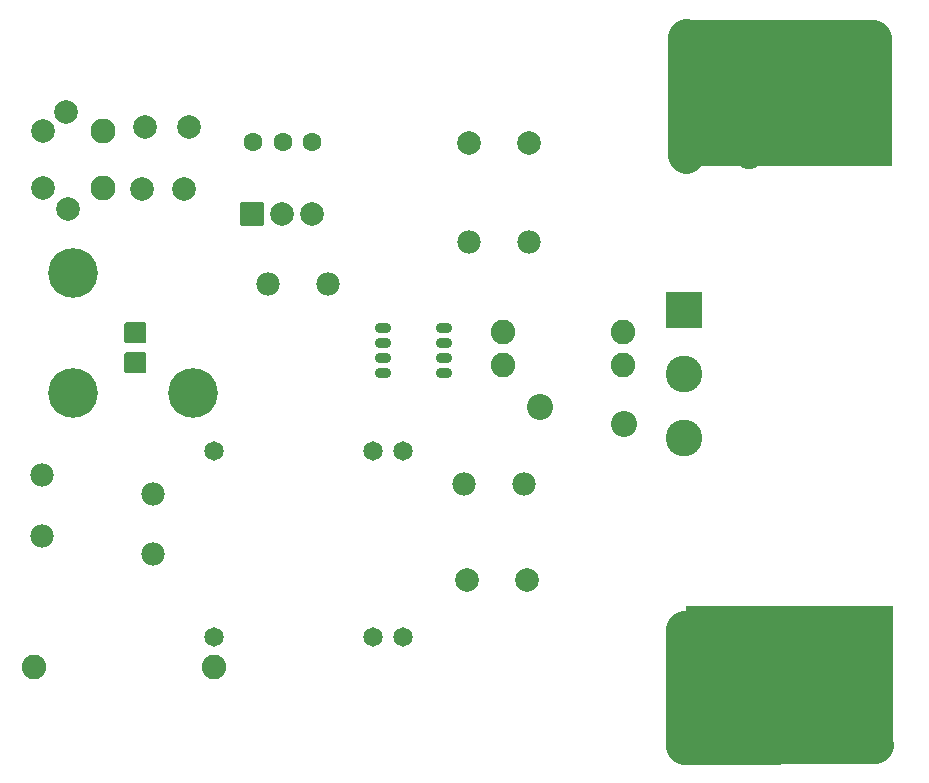
<source format=gts>
G04 Layer: TopSolderMaskLayer*
G04 EasyEDA v6.5.34, 2023-10-25 23:35:01*
G04 b0c90d07580345d6a9a575a3640b0f1e,d8e1fe4a71354f51b54a745932dbb16f,10*
G04 Gerber Generator version 0.2*
G04 Scale: 100 percent, Rotated: No, Reflected: No *
G04 Dimensions in millimeters *
G04 leading zeros omitted , absolute positions ,4 integer and 5 decimal *
%FSLAX45Y45*%
%MOMM*%

%AMMACRO1*1,1,$1,$2,$3*1,1,$1,$4,$5*1,1,$1,0-$2,0-$3*1,1,$1,0-$4,0-$5*20,1,$1,$2,$3,$4,$5,0*20,1,$1,$4,$5,0-$2,0-$3,0*20,1,$1,0-$2,0-$3,0-$4,0-$5,0*20,1,$1,0-$4,0-$5,$2,$3,0*4,1,4,$2,$3,$4,$5,0-$2,0-$3,0-$4,0-$5,$2,$3,0*%
%ADD10C,3.1016*%
%ADD11O,1.4031976X0.9031986000000001*%
%ADD12MACRO1,0.2032X0.7874X-0.7874X-0.7874X-0.7874*%
%ADD13C,3.1032*%
%ADD14MACRO1,0.2032X1.45X1.45X1.45X-1.45*%
%ADD15C,2.0828*%
%ADD16C,2.4032*%
%ADD17C,2.1032*%
%ADD18C,2.0032*%
%ADD19MACRO1,0.2032X0.7874X0.7874X0.7874X-0.7874*%
%ADD20C,1.6032*%
%ADD21C,1.9812*%
%ADD22MACRO1,0.2032X-0.9X-0.9X-0.9X0.9*%
%ADD23C,4.2032*%
%ADD24C,2.2032*%
%ADD25C,1.6532*%

%LPD*%
D10*
X5854700Y1600200D02*
G01*
X5854700Y1600200D01*
X5854700Y1600200D01*
X5854700Y609600D01*
X5854700Y609600D02*
G01*
X7467600Y622300D01*
X5867400Y5613400D02*
G01*
X5867400Y6616700D01*
X5867400Y6616700D02*
G01*
X5880100Y6604000D01*
X7454900Y6604000D01*
D11*
G01*
X3819779Y3766896D03*
G01*
X3819779Y3893896D03*
G01*
X3819779Y4020896D03*
G01*
X3819779Y4147896D03*
G01*
X3309797Y3766896D03*
G01*
X3309797Y3893896D03*
G01*
X3309797Y4020896D03*
G01*
X3309797Y4147896D03*
D12*
G01*
X1207185Y4105099D03*
G01*
X1207185Y3851099D03*
D13*
G01*
X5854700Y3214166D03*
D14*
G01*
X5854700Y4304220D03*
D13*
G01*
X5854700Y3759174D03*
D15*
G01*
X1878990Y1277010D03*
G01*
X354990Y1277010D03*
D16*
G01*
X5854700Y1600200D03*
G01*
X5854700Y1092200D03*
D17*
G01*
X939190Y5812764D03*
D18*
G01*
X431190Y5812764D03*
D17*
G01*
X939190Y5330164D03*
D18*
G01*
X431190Y5330164D03*
D19*
G01*
X1211366Y3850436D03*
G01*
X1211366Y4105503D03*
D20*
G01*
X2209190Y5723864D03*
G01*
X2463190Y5723864D03*
D21*
G01*
X4504004Y2829991D03*
G01*
X3996004Y2829991D03*
G01*
X1358900Y2743200D03*
G01*
X1358900Y2235200D03*
G01*
X4544009Y4880000D03*
G01*
X4036009Y4880000D03*
G01*
X2844190Y4517364D03*
G01*
X2336190Y4517364D03*
D22*
G01*
X2196490Y5114264D03*
D18*
G01*
X2450490Y5114264D03*
G01*
X2704490Y5114264D03*
G01*
X4032605Y5715000D03*
G01*
X4542586Y5715000D03*
G01*
X4526584Y2015464D03*
G01*
X4016603Y2015464D03*
D15*
G01*
X4318000Y4114800D03*
G01*
X5334000Y4114800D03*
G01*
X4318000Y3835400D03*
G01*
X5334000Y3835400D03*
D21*
G01*
X419100Y2901594D03*
G01*
X419100Y2391613D03*
D16*
G01*
X5867400Y6616700D03*
G01*
X5867400Y6108700D03*
D23*
G01*
X685190Y3597097D03*
G01*
X685190Y4613097D03*
G01*
X1701190Y3597097D03*
D18*
G01*
X1624990Y5324297D03*
G01*
X1269390Y5324297D03*
G01*
X1663090Y5850864D03*
G01*
X1294790Y5850864D03*
D24*
G01*
X5346700Y3340100D03*
G01*
X4634890Y3482797D03*
D16*
G01*
X5854700Y609600D03*
D25*
G01*
X1878990Y1532864D03*
G01*
X3225190Y1532864D03*
G01*
X3479190Y1532864D03*
G01*
X1878990Y3107664D03*
G01*
X3225190Y3107664D03*
G01*
X3479190Y3107664D03*
D18*
G01*
X622300Y5981700D03*
G01*
X635000Y5156200D03*
D16*
G01*
X6388100Y609600D03*
G01*
X6400800Y5613400D03*
G01*
X5867400Y5613400D03*
G01*
X6832600Y622300D03*
G01*
X6832600Y1079500D03*
G01*
X7150100Y1079500D03*
G01*
X7150100Y622300D03*
G01*
X7467600Y1079500D03*
G01*
X7467600Y622300D03*
G01*
X6832600Y6616700D03*
G01*
X7150100Y6616700D03*
G01*
X7454900Y6604000D03*
G01*
X7454900Y6108700D03*
G01*
X7150100Y6108700D03*
G01*
X6832600Y6108700D03*
D20*
G01*
X2705100Y5727700D03*
D16*
G01*
X6400800Y6616700D03*
G01*
X6400800Y6108700D03*
G01*
X6388100Y1600200D03*
G01*
X6388100Y1092200D03*
G36*
X5925820Y6609079D02*
G01*
X7612379Y6609079D01*
X7612379Y5519419D01*
X5925820Y5519419D01*
G37*
G36*
X5875020Y1795779D02*
G01*
X7625079Y1795779D01*
X7625079Y604519D01*
X5875020Y604519D01*
G37*
M02*

</source>
